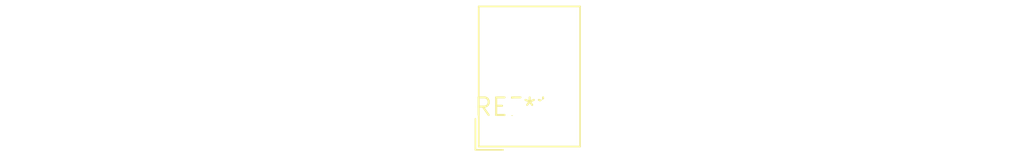
<source format=kicad_pcb>
(kicad_pcb (version 20240108) (generator pcbnew)
  (layers (0 "F.Cu" signal) (31 "B.Cu" signal) (34 "B.Paste" user) (35 "F.Paste" user) (36 "B.SilkS" user "B.Silkscreen") (37 "F.SilkS" user "F.Silkscreen") (38 "B.Mask" user) (39 "F.Mask" user) (44 "Edge.Cuts" user))
  (net 0 "")
  (footprint "TerminalBlock_Phoenix_PTSM-0,5-2-2.5-H-THR_1x02_P2.50mm_Horizontal" (layer "F.Cu") (at 0 0)
    (property "Reference" "REF**")
    (property "Value" "TerminalBlock_Phoenix_PTSM-0,5-2-2.5-H-THR_1x02_P2.50mm_Horizontal")
    (fp_line (start -2.65 0.86) (end -2.65 3.1) (layer "F.SilkS") (stroke (width 0.12)))
    (fp_line (start -2.65 3.1) (end -0.65 3.1) (layer "F.SilkS") (stroke (width 0.12)))
    (fp_line (start -2.41 -7.26) (end -2.41 2.86) (layer "F.SilkS") (stroke (width 0.12)))
    (fp_line (start -2.41 -7.26) (end 4.91 -7.26) (layer "F.SilkS") (stroke (width 0.12)))
    (fp_line (start -2.41 2.86) (end 4.91 2.86) (layer "F.SilkS") (stroke (width 0.12)))
    (fp_line (start 4.91 -7.26) (end 4.91 2.86) (layer "F.SilkS") (stroke (width 0.12)))
    (pad "1" thru_hole rect (at 0 -5) (size 1.8 3) (drill 1.2) (layers *.Cu *.Mask) (remove_unused_layers))
    (pad "1" thru_hole rect (at 0 0) (size 1.8 3) (drill 1.2) (layers *.Cu *.Mask) (remove_unused_layers))
    (pad "2" thru_hole oval (at 2.5 -5) (size 1.8 3) (drill 1.2) (layers *.Cu *.Mask) (remove_unused_layers))
    (pad "2" thru_hole oval (at 2.5 0) (size 1.8 3) (drill 1.2) (layers *.Cu *.Mask) (remove_unused_layers))
  )
)
</source>
